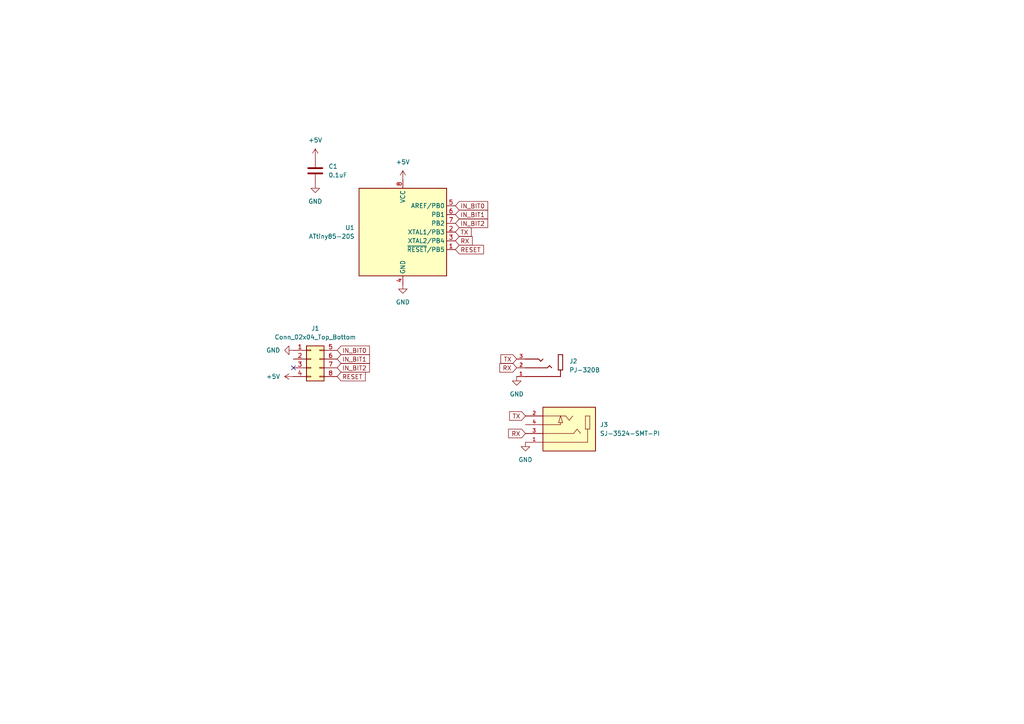
<source format=kicad_sch>
(kicad_sch (version 20231120) (generator "eeschema") (generator_version "8.0")
  (paper "A4")
  (lib_symbols
    (symbol "Connector_Generic:Conn_02x04_Top_Bottom" (pin_names (offset 1.016) hide)
      (property "Reference" "J" (at 1.27 5.08 0))
      (property "Value" "Conn_02x04_Top_Bottom" (at 1.27 -7.62 0))
      (symbol "Conn_02x04_Top_Bottom_1_1"
        (rectangle (start -1.27 -4.953) (end 0 -5.207) (stroke (width 0.1524)))
        (rectangle (start -1.27 -2.413) (end 0 -2.667) (stroke (width 0.1524)))
        (rectangle (start -1.27 0.127) (end 0 -0.127) (stroke (width 0.1524)))
        (rectangle (start -1.27 2.667) (end 0 2.413) (stroke (width 0.1524)))
        (rectangle (start -1.27 3.81) (end 3.81 -6.35) (stroke (width 0.254)) (fill (type background)))
        (rectangle (start 3.81 -4.953) (end 2.54 -5.207) (stroke (width 0.1524)))
        (rectangle (start 3.81 -2.413) (end 2.54 -2.667) (stroke (width 0.1524)))
        (rectangle (start 3.81 0.127) (end 2.54 -0.127) (stroke (width 0.1524)))
        (rectangle (start 3.81 2.667) (end 2.54 2.413) (stroke (width 0.1524)))
        (pin passive line (at -5.08 2.54 0) (length 3.81) (name "Pin_1") (number "1"))
        (pin passive line (at -5.08 0 0) (length 3.81) (name "Pin_2") (number "2"))
        (pin passive line (at -5.08 -2.54 0) (length 3.81) (name "Pin_3") (number "3"))
        (pin passive line (at -5.08 -5.08 0) (length 3.81) (name "Pin_4") (number "4"))
        (pin passive line (at 7.62 2.54 180) (length 3.81) (name "Pin_5") (number "5"))
        (pin passive line (at 7.62 0 180) (length 3.81) (name "Pin_6") (number "6"))
        (pin passive line (at 7.62 -2.54 180) (length 3.81) (name "Pin_7") (number "7"))
        (pin passive line (at 7.62 -5.08 180) (length 3.81) (name "Pin_8") (number "8"))
      )
    )
    (symbol "Device:C" (pin_numbers hide) (pin_names (offset 0.254))
      (property "Reference" "C" (at 0.635 2.54 0))
      (property "Value" "C" (at 0.635 -2.54 0))
      (symbol "C_0_1"
        (polyline (pts (xy -2.032 -0.762) (xy 2.032 -0.762)) (stroke (width 0.508)))
        (polyline (pts (xy -2.032 0.762) (xy 2.032 0.762)) (stroke (width 0.508)))
      )
      (symbol "C_1_1"
        (pin passive line (at 0 3.81 270) (length 2.794) (name "~") (number "1"))
        (pin passive line (at 0 -3.81 90) (length 2.794) (name "~") (number "2"))
      )
    )
    (symbol "MCU_Microchip_ATtiny:ATtiny85-20S"
      (property "Reference" "U" (at -12.7 13.97 0))
      (property "Value" "ATtiny85-20S" (at 2.54 -13.97 0))
      (symbol "ATtiny85-20S_0_1"
        (rectangle (start -12.7 -12.7) (end 12.7 12.7) (stroke (width 0.254)) (fill (type background)))
      )
      (symbol "ATtiny85-20S_1_1"
        (pin bidirectional line (at 15.24 -5.08 180) (length 2.54) (name "~{RESET}/PB5") (number "1"))
        (pin bidirectional line (at 15.24 0 180) (length 2.54) (name "XTAL1/PB3") (number "2"))
        (pin bidirectional line (at 15.24 -2.54 180) (length 2.54) (name "XTAL2/PB4") (number "3"))
        (pin power_in line (at 0 -15.24 90) (length 2.54) (name "GND") (number "4"))
        (pin bidirectional line (at 15.24 7.62 180) (length 2.54) (name "AREF/PB0") (number "5"))
        (pin bidirectional line (at 15.24 5.08 180) (length 2.54) (name "PB1") (number "6"))
        (pin bidirectional line (at 15.24 2.54 180) (length 2.54) (name "PB2") (number "7"))
        (pin power_in line (at 0 15.24 270) (length 2.54) (name "VCC") (number "8"))
      )
    )
    (symbol "PJ-320B:PJ-320B" (pin_names (offset 1.016))
      (property "Reference" "J" (at -5.08 5.08 0))
      (property "Value" "PJ-320B" (at -5.08 -7.62 0))
      (symbol "PJ-320B_0_0"
        (polyline (pts (xy -5.715 -3.81) (xy -5.715 0.635)) (stroke (width 0.254)))
        (polyline (pts (xy -5.715 0.635) (xy -5.08 0.635)) (stroke (width 0.254)))
        (polyline (pts (xy -5.08 0.635) (xy -4.445 0.635)) (stroke (width 0.254)))
        (polyline (pts (xy -5.08 2.54) (xy -5.08 0.635)) (stroke (width 0.254)))
        (polyline (pts (xy -4.445 -3.81) (xy -5.715 -3.81)) (stroke (width 0.254)))
        (polyline (pts (xy -4.445 0.635) (xy -4.445 -3.81)) (stroke (width 0.254)))
        (polyline (pts (xy -1.905 -0.635) (xy -2.54 0)) (stroke (width 0.254)))
        (polyline (pts (xy -1.27 0) (xy -1.905 -0.635)) (stroke (width 0.254)))
        (polyline (pts (xy 0.635 -1.905) (xy 0 -2.54)) (stroke (width 0.254)))
        (polyline (pts (xy 1.27 -2.54) (xy 0.635 -1.905)) (stroke (width 0.254)))
        (polyline (pts (xy 5.08 -2.54) (xy 1.27 -2.54)) (stroke (width 0.254)))
        (polyline (pts (xy 5.08 0) (xy -1.27 0)) (stroke (width 0.254)))
        (polyline (pts (xy 5.08 2.54) (xy -5.08 2.54)) (stroke (width 0.254)))
        (pin passive line (at 7.62 2.54 180) (length 2.54) (name "~") (number "1"))
        (pin passive line (at 7.62 0 180) (length 2.54) (name "~") (number "2"))
        (pin passive line (at 7.62 -2.54 180) (length 2.54) (name "~") (number "3"))
      )
    )
    (symbol "SJ-3524-SMT-PI:SJ-3524-SMT-PI" (pin_names (offset 1.016))
      (property "Reference" "J" (at -7.6446 8.282 0))
      (property "Value" "SJ-3524-SMT-PI" (at -7.6431 -7.6519 0))
      (symbol "SJ-3524-SMT-PI_0_0"
        (rectangle (start -7.62 -5.08) (end 7.62 7.62) (stroke (width 0.254)) (fill (type background)))
        (polyline (pts (xy -5.969 -2.54) (xy -4.699 -2.54)) (stroke (width 0.1524)))
        (polyline (pts (xy -5.969 1.27) (xy -5.969 -2.54)) (stroke (width 0.1524)))
        (polyline (pts (xy -5.334 1.27) (xy -5.969 1.27)) (stroke (width 0.1524)))
        (polyline (pts (xy -5.334 1.27) (xy -5.334 5.08)) (stroke (width 0.1524)))
        (polyline (pts (xy -5.334 5.08) (xy 7.62 5.08)) (stroke (width 0.1524)))
        (polyline (pts (xy -4.699 -2.54) (xy -4.699 1.27)) (stroke (width 0.1524)))
        (polyline (pts (xy -4.699 1.27) (xy -5.334 1.27)) (stroke (width 0.1524)))
        (polyline (pts (xy -2.286 1.27) (xy -3.302 2.54)) (stroke (width 0.1524)))
        (polyline (pts (xy -1.27 2.54) (xy -2.286 1.27)) (stroke (width 0.1524)))
        (polyline (pts (xy -1.016 -2.54) (xy 0 -1.27)) (stroke (width 0.1524)))
        (polyline (pts (xy 0 -1.27) (xy 1.016 -2.54)) (stroke (width 0.1524)))
        (polyline (pts (xy 1.9 -0.6) (xy 2.5 -2.53)) (stroke (width 0.1524)))
        (polyline (pts (xy 1.9 -0.6) (xy 3.09 -0.6)) (stroke (width 0.1524)))
        (polyline (pts (xy 2.53 -2.52) (xy 2.53 -2.53)) (stroke (width 0.1524)))
        (polyline (pts (xy 2.54 0) (xy 2.54 -0.62)) (stroke (width 0.1524)))
        (polyline (pts (xy 2.54 0) (xy 7.62 0)) (stroke (width 0.1524)))
        (polyline (pts (xy 3.09 -0.6) (xy 2.53 -2.52)) (stroke (width 0.1524)))
        (polyline (pts (xy 7.62 -2.54) (xy 1.016 -2.54)) (stroke (width 0.1524)))
        (polyline (pts (xy 7.62 2.54) (xy -1.27 2.54)) (stroke (width 0.1524)))
        (pin passive line (at 12.7 5.08 180) (length 5.08) (name "~") (number "1"))
        (pin passive line (at 12.7 -2.54 180) (length 5.08) (name "~") (number "2"))
        (pin passive line (at 12.7 2.54 180) (length 5.08) (name "~") (number "3"))
        (pin passive line (at 12.7 0 180) (length 5.08) (name "~") (number "4"))
      )
    )
    (symbol "power:+5V" (power) (pin_numbers hide) (pin_names (offset 0) hide)
      (property "Value" "+5V" (at 0 3.556 0))
      (symbol "+5V_0_1"
        (polyline (pts (xy -0.762 1.27) (xy 0 2.54)))
        (polyline (pts (xy 0 0) (xy 0 2.54)))
        (polyline (pts (xy 0 2.54) (xy 0.762 1.27)))
      )
      (symbol "+5V_1_1"
        (pin power_in line (at 0 0 90) (length 0) (name "~") (number "1"))
      )
    )
    (symbol "power:GND" (power) (pin_numbers hide) (pin_names (offset 0) hide)
      (property "Value" "GND" (at 0 -3.81 0))
      (symbol "GND_0_1"
        (polyline (pts (xy 0 0) (xy 0 -1.27) (xy 1.27 -1.27) (xy 0 -2.54) (xy -1.27 -1.27) (xy 0 -1.27)))
      )
      (symbol "GND_1_1"
        (pin power_in line (at 0 0 270) (length 0) (name "~") (number "1"))
      )
    )
  )
  (no_connect (at 85.09 106.68))
  (global_label "RX" (shape input) (at 152.4 125.73 180) (property "Intersheetrefs" "${INTERSHEET_REFS}" (effects (hide yes))))
  (global_label "IN_BIT0" (shape input) (at 132.08 59.69 0) (property "Intersheetrefs" "${INTERSHEET_REFS}" (effects (hide yes))))
  (global_label "IN_BIT1" (shape input) (at 97.79 104.14 0) (property "Intersheetrefs" "${INTERSHEET_REFS}" (effects (hide yes))))
  (global_label "IN_BIT2" (shape input) (at 132.08 64.77 0) (property "Intersheetrefs" "${INTERSHEET_REFS}" (effects (hide yes))))
  (global_label "IN_BIT2" (shape input) (at 97.79 106.68 0) (property "Intersheetrefs" "${INTERSHEET_REFS}" (effects (hide yes))))
  (global_label "RX" (shape input) (at 149.86 106.68 180) (property "Intersheetrefs" "${INTERSHEET_REFS}" (effects (hide yes))))
  (global_label "RESET" (shape input) (at 132.08 72.39 0) (property "Intersheetrefs" "${INTERSHEET_REFS}" (effects (hide yes))))
  (global_label "TX" (shape input) (at 149.86 104.14 180) (property "Intersheetrefs" "${INTERSHEET_REFS}" (effects (hide yes))))
  (global_label "TX" (shape input) (at 132.08 67.31 0) (property "Intersheetrefs" "${INTERSHEET_REFS}" (effects (hide yes))))
  (global_label "RX" (shape input) (at 132.08 69.85 0) (property "Intersheetrefs" "${INTERSHEET_REFS}" (effects (hide yes))))
  (global_label "RESET" (shape input) (at 97.79 109.22 0) (property "Intersheetrefs" "${INTERSHEET_REFS}" (effects (hide yes))))
  (global_label "IN_BIT1" (shape input) (at 132.08 62.23 0) (property "Intersheetrefs" "${INTERSHEET_REFS}" (effects (hide yes))))
  (global_label "TX" (shape input) (at 152.4 120.65 180) (property "Intersheetrefs" "${INTERSHEET_REFS}" (effects (hide yes))))
  (global_label "IN_BIT0" (shape input) (at 97.79 101.6 0) (property "Intersheetrefs" "${INTERSHEET_REFS}" (effects (hide yes))))
  (symbol (lib_id "power:GND") (at 85.09 101.6 270) (unit 1)
    (property "Reference" "#PWR04" (effects (hide yes)))
    (property "Value" "GND" (at 81.28 101.5999 90) (effects (justify right)))
    (property "Description" "Power symbol creates a global label with name \"GND\" , ground" (effects (hide yes)))
  )
  (symbol (lib_id "power:+5V") (at 91.44 45.72 0) (unit 1)
    (property "Reference" "#PWR06" (effects (hide yes)))
    (property "Value" "+5V" (at 91.44 40.64 0))
    (property "Description" "Power symbol creates a global label with name \"+5V\"" (effects (hide yes)))
  )
  (symbol (lib_id "SJ-3524-SMT-PI:SJ-3524-SMT-PI") (at 165.1 123.19 180) (unit 1)
    (property "Reference" "J3" (at 173.99 123.1899 0) (effects (justify right)))
    (property "Value" "SJ-3524-SMT-PI" (at 173.99 125.7299 0) (effects (justify right)))
    (property "Footprint" "SJ_3524_SMT_TR_PI:CUI_SJ-3524-SMT-PI" (effects (hide yes)))
    (property "MF" "CUI Inc" (effects (hide yes)))
    (property "STANDARD" "Manufacturer recommendations" (effects (hide yes)))
  )
  (symbol (lib_id "Connector_Generic:Conn_02x04_Top_Bottom") (at 90.17 104.14 0) (unit 1)
    (property "Reference" "J1" (at 91.44 95.25 0))
    (property "Value" "Conn_02x04_Top_Bottom" (at 91.44 97.79 0))
    (property "Footprint" "scott:PinSocket_2x04_P2.54mm_Horizontal_SMD" (effects (hide yes)))
    (property "Description" "Generic connector, double row, 02x04, top/bottom pin numbering scheme (row 1: 1...pins_per_row, row2: pins_per_row+1 ... num_pins), script generated (kicad-library-utils/schlib/autogen/connector/)" (effects (hide yes)))
  )
  (symbol (lib_id "power:GND") (at 152.4 128.27 0) (unit 1)
    (property "Reference" "#PWR8" (effects (hide yes)))
    (property "Value" "GND" (at 152.4 133.35 0))
    (property "Description" "Power symbol creates a global label with name \"GND\" , ground" (effects (hide yes)))
  )
  (symbol (lib_id "power:+5V") (at 85.09 109.22 90) (unit 1)
    (property "Reference" "#PWR05" (effects (hide yes)))
    (property "Value" "+5V" (at 81.28 109.2199 90) (effects (justify left)))
    (property "Description" "Power symbol creates a global label with name \"+5V\"" (effects (hide yes)))
  )
  (symbol (lib_id "MCU_Microchip_ATtiny:ATtiny85-20S") (at 116.84 67.31 0) (unit 1)
    (property "Reference" "U1" (at 102.87 66.0399 0) (effects (justify right)))
    (property "Value" "ATtiny85-20S" (at 102.87 68.5799 0) (effects (justify right)))
    (property "Footprint" "Package_SO:SOIC-8W_5.3x5.3mm_P1.27mm" (effects (hide yes)))
    (property "Datasheet" "http://ww1.microchip.com/downloads/en/DeviceDoc/atmel-2586-avr-8-bit-microcontroller-attiny25-attiny45-attiny85_datasheet.pdf" (effects (hide yes)))
    (property "Description" "20MHz, 8kB Flash, 512B SRAM, 512B EEPROM, debugWIRE, SOIC-8W" (effects (hide yes)))
  )
  (symbol (lib_id "power:GND") (at 149.86 109.22 0) (unit 1)
    (property "Reference" "#PWR03" (effects (hide yes)))
    (property "Value" "GND" (at 149.86 114.3 0))
    (property "Description" "Power symbol creates a global label with name \"GND\" , ground" (effects (hide yes)))
  )
  (symbol (lib_id "PJ-320B:PJ-320B") (at 157.48 106.68 180) (unit 1)
    (property "Reference" "J2" (at 165.1 104.7749 0) (effects (justify right)))
    (property "Value" "PJ-320B" (at 165.1 107.3149 0) (effects (justify right)))
    (property "Footprint" "PJ-320B:BOOMELE_PJ-320B" (effects (hide yes)))
    (property "MF" "Luoyang Dishang electronics" (effects (hide yes)))
    (property "MAXIMUM_PACKAGE_HEIGHT" "5mm" (effects (hide yes)))
    (property "Package" "Package" (effects (hide yes)))
    (property "Price" "None" (effects (hide yes)))
    (property "Check_prices" "https://www.snapeda.com/parts/PJ-320B/Luoyang+Dishang+electronics/view-part/?ref=eda" (effects (hide yes)))
    (property "STANDARD" "Manufacturer Recommendation" (effects (hide yes)))
    (property "SnapEDA_Link" "https://www.snapeda.com/parts/PJ-320B/Luoyang+Dishang+electronics/view-part/?ref=snap" (effects (hide yes)))
    (property "MP" "PJ-320B" (effects (hide yes)))
    (property "Description_1" "\n                        \n                            Headphone jack\n                        \n" (effects (hide yes)))
    (property "Availability" "Not in stock" (effects (hide yes)))
    (property "MANUFACTURER" "Luoyang Dishang electronics" (effects (hide yes)))
  )
  (symbol (lib_id "Device:C") (at 91.44 49.53 0) (unit 1)
    (property "Reference" "C1" (at 95.25 48.2599 0) (effects (justify left)))
    (property "Value" "0.1uF" (at 95.25 50.7999 0) (effects (justify left)))
    (property "Footprint" "Capacitor_SMD:C_0603_1608Metric" (effects (hide yes)))
    (property "Description" "Unpolarized capacitor" (effects (hide yes)))
  )
  (symbol (lib_id "power:GND") (at 91.44 53.34 0) (unit 1)
    (property "Reference" "#PWR07" (effects (hide yes)))
    (property "Value" "GND" (at 91.44 58.42 0))
    (property "Description" "Power symbol creates a global label with name \"GND\" , ground" (effects (hide yes)))
  )
  (symbol (lib_id "power:GND") (at 116.84 82.55 0) (unit 1)
    (property "Reference" "#PWR02" (effects (hide yes)))
    (property "Value" "GND" (at 116.84 87.63 0))
    (property "Description" "Power symbol creates a global label with name \"GND\" , ground" (effects (hide yes)))
  )
  (symbol (lib_id "power:+5V") (at 116.84 52.07 0) (unit 1)
    (property "Reference" "#PWR01" (effects (hide yes)))
    (property "Value" "+5V" (at 116.84 46.99 0))
    (property "Description" "Power symbol creates a global label with name \"+5V\"" (effects (hide yes)))
  )
)
</source>
